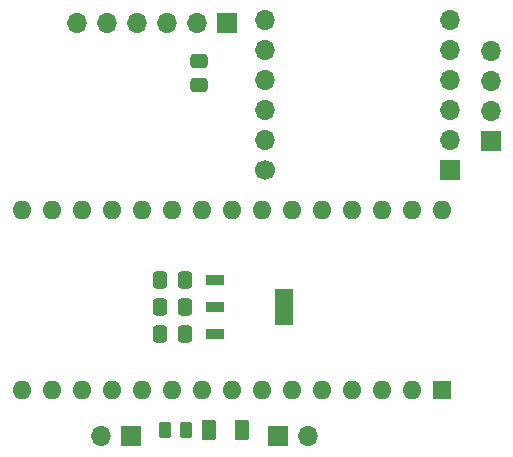
<source format=gbr>
%TF.GenerationSoftware,KiCad,Pcbnew,(6.0.9)*%
%TF.CreationDate,2023-05-28T23:14:04+10:00*%
%TF.ProjectId,SumoNyxPCB2.0,53756d6f-4e79-4785-9043-42322e302e6b,rev?*%
%TF.SameCoordinates,Original*%
%TF.FileFunction,Soldermask,Top*%
%TF.FilePolarity,Negative*%
%FSLAX46Y46*%
G04 Gerber Fmt 4.6, Leading zero omitted, Abs format (unit mm)*
G04 Created by KiCad (PCBNEW (6.0.9)) date 2023-05-28 23:14:04*
%MOMM*%
%LPD*%
G01*
G04 APERTURE LIST*
G04 Aperture macros list*
%AMRoundRect*
0 Rectangle with rounded corners*
0 $1 Rounding radius*
0 $2 $3 $4 $5 $6 $7 $8 $9 X,Y pos of 4 corners*
0 Add a 4 corners polygon primitive as box body*
4,1,4,$2,$3,$4,$5,$6,$7,$8,$9,$2,$3,0*
0 Add four circle primitives for the rounded corners*
1,1,$1+$1,$2,$3*
1,1,$1+$1,$4,$5*
1,1,$1+$1,$6,$7*
1,1,$1+$1,$8,$9*
0 Add four rect primitives between the rounded corners*
20,1,$1+$1,$2,$3,$4,$5,0*
20,1,$1+$1,$4,$5,$6,$7,0*
20,1,$1+$1,$6,$7,$8,$9,0*
20,1,$1+$1,$8,$9,$2,$3,0*%
G04 Aperture macros list end*
%ADD10R,1.549400X0.863600*%
%ADD11R,1.549400X3.149600*%
%ADD12RoundRect,0.250000X0.262500X0.450000X-0.262500X0.450000X-0.262500X-0.450000X0.262500X-0.450000X0*%
%ADD13RoundRect,0.250000X0.375000X0.625000X-0.375000X0.625000X-0.375000X-0.625000X0.375000X-0.625000X0*%
%ADD14RoundRect,0.250000X0.475000X-0.337500X0.475000X0.337500X-0.475000X0.337500X-0.475000X-0.337500X0*%
%ADD15RoundRect,0.250000X-0.337500X-0.475000X0.337500X-0.475000X0.337500X0.475000X-0.337500X0.475000X0*%
%ADD16O,1.700000X1.700000*%
%ADD17C,1.700000*%
%ADD18R,1.700000X1.700000*%
%ADD19R,1.600000X1.600000*%
%ADD20O,1.600000X1.600000*%
G04 APERTURE END LIST*
D10*
%TO.C,U1*%
X178066300Y-87510100D03*
X178066300Y-89821500D03*
X178066300Y-92132900D03*
D11*
X183933700Y-89821500D03*
%TD*%
D12*
%TO.C,R2*%
X175662500Y-100250000D03*
X173837500Y-100250000D03*
%TD*%
D13*
%TO.C,F1*%
X180400000Y-100250000D03*
X177600000Y-100250000D03*
%TD*%
D14*
%TO.C,C8*%
X176750000Y-71037500D03*
X176750000Y-68962500D03*
%TD*%
D15*
%TO.C,C6*%
X173462500Y-87571500D03*
X175537500Y-87571500D03*
%TD*%
%TO.C,C4*%
X173462500Y-92071500D03*
X175537500Y-92071500D03*
%TD*%
%TO.C,C1*%
X173462500Y-89821500D03*
X175537500Y-89821500D03*
%TD*%
D16*
%TO.C,U3*%
X182335000Y-65555000D03*
X182335000Y-68095000D03*
X182335000Y-70635000D03*
X182335000Y-73175000D03*
X182335000Y-75715000D03*
D17*
X182335000Y-78255000D03*
D16*
X197975000Y-65565000D03*
X197975000Y-68105000D03*
X197975000Y-70645000D03*
X197975000Y-73185000D03*
X197975000Y-75725000D03*
D18*
X197975000Y-78265000D03*
%TD*%
D16*
%TO.C,J3*%
X201475000Y-68180000D03*
X201475000Y-70720000D03*
X201475000Y-73260000D03*
D18*
X201475000Y-75800000D03*
%TD*%
%TO.C,J4*%
X171010000Y-100750000D03*
D16*
X168470000Y-100750000D03*
%TD*%
D18*
%TO.C,J2*%
X183460000Y-100750000D03*
D16*
X186000000Y-100750000D03*
%TD*%
D18*
%TO.C,J1*%
X179100000Y-65750000D03*
D16*
X176560000Y-65750000D03*
X174020000Y-65750000D03*
X171480000Y-65750000D03*
X168940000Y-65750000D03*
X166400000Y-65750000D03*
%TD*%
D19*
%TO.C,A1*%
X197300000Y-96860000D03*
D20*
X194760000Y-96860000D03*
X192220000Y-96860000D03*
X189680000Y-96860000D03*
X187140000Y-96860000D03*
X184600000Y-96860000D03*
X182060000Y-96860000D03*
X179520000Y-96860000D03*
X176980000Y-96860000D03*
X174440000Y-96860000D03*
X171900000Y-96860000D03*
X169360000Y-96860000D03*
X166820000Y-96860000D03*
X164280000Y-96860000D03*
X161740000Y-96860000D03*
X161740000Y-81620000D03*
X164280000Y-81620000D03*
X166820000Y-81620000D03*
X169360000Y-81620000D03*
X171900000Y-81620000D03*
X174440000Y-81620000D03*
X176980000Y-81620000D03*
X179520000Y-81620000D03*
X182060000Y-81620000D03*
X184600000Y-81620000D03*
X187140000Y-81620000D03*
X189680000Y-81620000D03*
X192220000Y-81620000D03*
X194760000Y-81620000D03*
X197300000Y-81620000D03*
%TD*%
M02*

</source>
